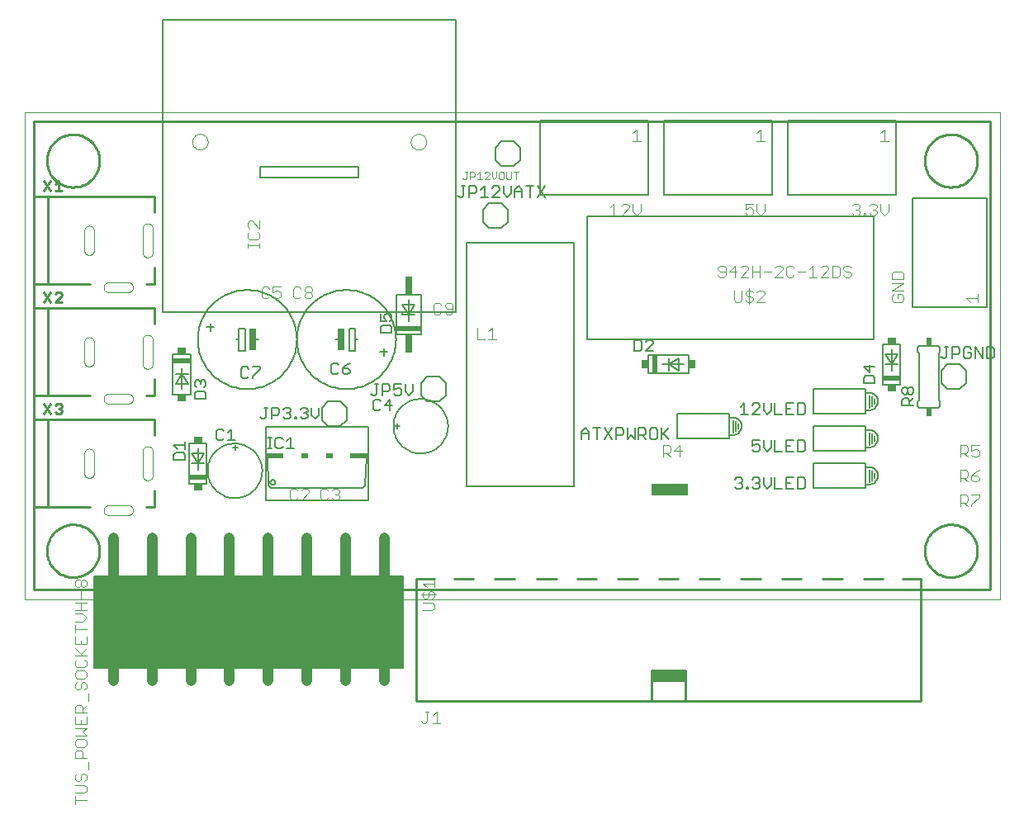
<source format=gto>
G75*
G70*
%OFA0B0*%
%FSLAX24Y24*%
%IPPOS*%
%LPD*%
%AMOC8*
5,1,8,0,0,1.08239X$1,22.5*
%
%ADD10C,0.0000*%
%ADD11C,0.0100*%
%ADD12R,0.1500X0.0500*%
%ADD13C,0.0060*%
%ADD14C,0.0050*%
%ADD15C,0.0040*%
%ADD16C,0.0449*%
%ADD17R,0.0736X0.0200*%
%ADD18R,0.0335X0.0250*%
%ADD19R,0.0200X0.0736*%
%ADD20R,0.0250X0.0335*%
%ADD21C,0.0030*%
%ADD22R,0.0240X0.0340*%
%ADD23R,0.0750X0.0200*%
%ADD24R,0.0300X0.0200*%
%ADD25C,0.0080*%
%ADD26R,0.0250X0.0900*%
%ADD27R,0.1000X0.0200*%
%ADD28R,0.0300X0.0750*%
D10*
X000576Y008842D02*
X000576Y028527D01*
X039946Y028527D01*
X039946Y008842D01*
X000576Y008842D01*
X003978Y012255D02*
X004765Y012255D01*
X004791Y012257D01*
X004816Y012262D01*
X004840Y012270D01*
X004863Y012281D01*
X004885Y012296D01*
X004904Y012313D01*
X004921Y012332D01*
X004936Y012353D01*
X004947Y012377D01*
X004955Y012401D01*
X004960Y012426D01*
X004962Y012452D01*
X004960Y012478D01*
X004955Y012503D01*
X004947Y012527D01*
X004936Y012550D01*
X004921Y012572D01*
X004904Y012591D01*
X004885Y012608D01*
X004864Y012623D01*
X004840Y012634D01*
X004816Y012642D01*
X004791Y012647D01*
X004765Y012649D01*
X003978Y012649D01*
X003952Y012647D01*
X003927Y012642D01*
X003903Y012634D01*
X003879Y012623D01*
X003858Y012608D01*
X003839Y012591D01*
X003822Y012572D01*
X003807Y012551D01*
X003796Y012527D01*
X003788Y012503D01*
X003783Y012478D01*
X003781Y012452D01*
X003783Y012426D01*
X003788Y012401D01*
X003796Y012377D01*
X003807Y012354D01*
X003822Y012332D01*
X003839Y012313D01*
X003858Y012296D01*
X003879Y012281D01*
X003903Y012270D01*
X003927Y012262D01*
X003952Y012257D01*
X003978Y012255D01*
X005356Y013850D02*
X005356Y014834D01*
X005553Y015031D02*
X005579Y015029D01*
X005604Y015024D01*
X005628Y015016D01*
X005652Y015005D01*
X005673Y014990D01*
X005692Y014973D01*
X005709Y014954D01*
X005724Y014932D01*
X005735Y014909D01*
X005743Y014885D01*
X005748Y014860D01*
X005750Y014834D01*
X005750Y013850D01*
X005748Y013824D01*
X005743Y013799D01*
X005735Y013775D01*
X005724Y013751D01*
X005709Y013730D01*
X005692Y013711D01*
X005673Y013694D01*
X005651Y013679D01*
X005628Y013668D01*
X005604Y013660D01*
X005579Y013655D01*
X005553Y013653D01*
X005527Y013655D01*
X005502Y013660D01*
X005478Y013668D01*
X005454Y013679D01*
X005433Y013694D01*
X005414Y013711D01*
X005397Y013730D01*
X005382Y013752D01*
X005371Y013775D01*
X005363Y013799D01*
X005358Y013824D01*
X005356Y013850D01*
X005356Y014834D02*
X005358Y014860D01*
X005363Y014885D01*
X005371Y014909D01*
X005382Y014933D01*
X005397Y014954D01*
X005414Y014973D01*
X005433Y014990D01*
X005454Y015005D01*
X005478Y015016D01*
X005502Y015024D01*
X005527Y015029D01*
X005553Y015031D01*
X004765Y016755D02*
X003978Y016755D01*
X003781Y016952D02*
X003783Y016978D01*
X003788Y017003D01*
X003796Y017027D01*
X003807Y017051D01*
X003822Y017072D01*
X003839Y017091D01*
X003858Y017108D01*
X003879Y017123D01*
X003903Y017134D01*
X003927Y017142D01*
X003952Y017147D01*
X003978Y017149D01*
X004765Y017149D01*
X004962Y016952D02*
X004960Y016926D01*
X004955Y016901D01*
X004947Y016877D01*
X004936Y016853D01*
X004921Y016832D01*
X004904Y016813D01*
X004885Y016796D01*
X004863Y016781D01*
X004840Y016770D01*
X004816Y016762D01*
X004791Y016757D01*
X004765Y016755D01*
X004962Y016952D02*
X004960Y016978D01*
X004955Y017003D01*
X004947Y017027D01*
X004936Y017050D01*
X004921Y017072D01*
X004904Y017091D01*
X004885Y017108D01*
X004864Y017123D01*
X004840Y017134D01*
X004816Y017142D01*
X004791Y017147D01*
X004765Y017149D01*
X003978Y016755D02*
X003952Y016757D01*
X003927Y016762D01*
X003903Y016770D01*
X003879Y016781D01*
X003858Y016796D01*
X003839Y016813D01*
X003822Y016832D01*
X003807Y016854D01*
X003796Y016877D01*
X003788Y016901D01*
X003783Y016926D01*
X003781Y016952D01*
X003387Y018448D02*
X003387Y019236D01*
X003388Y019236D02*
X003386Y019262D01*
X003381Y019287D01*
X003373Y019311D01*
X003362Y019334D01*
X003347Y019356D01*
X003330Y019375D01*
X003311Y019392D01*
X003290Y019407D01*
X003266Y019418D01*
X003242Y019426D01*
X003217Y019431D01*
X003191Y019433D01*
X003165Y019431D01*
X003140Y019426D01*
X003116Y019418D01*
X003092Y019407D01*
X003071Y019392D01*
X003052Y019375D01*
X003035Y019356D01*
X003020Y019335D01*
X003009Y019311D01*
X003001Y019287D01*
X002996Y019262D01*
X002994Y019236D01*
X002994Y018448D01*
X003191Y018251D02*
X003217Y018253D01*
X003242Y018258D01*
X003266Y018266D01*
X003289Y018277D01*
X003311Y018292D01*
X003330Y018309D01*
X003347Y018328D01*
X003362Y018349D01*
X003373Y018373D01*
X003381Y018397D01*
X003386Y018422D01*
X003388Y018448D01*
X003191Y018251D02*
X003165Y018253D01*
X003140Y018258D01*
X003116Y018266D01*
X003092Y018277D01*
X003071Y018292D01*
X003052Y018309D01*
X003035Y018328D01*
X003020Y018350D01*
X003009Y018373D01*
X003001Y018397D01*
X002996Y018422D01*
X002994Y018448D01*
X005356Y018350D02*
X005356Y019334D01*
X005553Y019531D02*
X005579Y019529D01*
X005604Y019524D01*
X005628Y019516D01*
X005652Y019505D01*
X005673Y019490D01*
X005692Y019473D01*
X005709Y019454D01*
X005724Y019432D01*
X005735Y019409D01*
X005743Y019385D01*
X005748Y019360D01*
X005750Y019334D01*
X005750Y018350D01*
X005748Y018324D01*
X005743Y018299D01*
X005735Y018275D01*
X005724Y018251D01*
X005709Y018230D01*
X005692Y018211D01*
X005673Y018194D01*
X005651Y018179D01*
X005628Y018168D01*
X005604Y018160D01*
X005579Y018155D01*
X005553Y018153D01*
X005527Y018155D01*
X005502Y018160D01*
X005478Y018168D01*
X005454Y018179D01*
X005433Y018194D01*
X005414Y018211D01*
X005397Y018230D01*
X005382Y018252D01*
X005371Y018275D01*
X005363Y018299D01*
X005358Y018324D01*
X005356Y018350D01*
X005356Y019334D02*
X005358Y019360D01*
X005363Y019385D01*
X005371Y019409D01*
X005382Y019433D01*
X005397Y019454D01*
X005414Y019473D01*
X005433Y019490D01*
X005454Y019505D01*
X005478Y019516D01*
X005502Y019524D01*
X005527Y019529D01*
X005553Y019531D01*
X004765Y021255D02*
X003978Y021255D01*
X003781Y021452D02*
X003783Y021478D01*
X003788Y021503D01*
X003796Y021527D01*
X003807Y021551D01*
X003822Y021572D01*
X003839Y021591D01*
X003858Y021608D01*
X003879Y021623D01*
X003903Y021634D01*
X003927Y021642D01*
X003952Y021647D01*
X003978Y021649D01*
X004765Y021649D01*
X004962Y021452D02*
X004960Y021426D01*
X004955Y021401D01*
X004947Y021377D01*
X004936Y021353D01*
X004921Y021332D01*
X004904Y021313D01*
X004885Y021296D01*
X004863Y021281D01*
X004840Y021270D01*
X004816Y021262D01*
X004791Y021257D01*
X004765Y021255D01*
X004962Y021452D02*
X004960Y021478D01*
X004955Y021503D01*
X004947Y021527D01*
X004936Y021550D01*
X004921Y021572D01*
X004904Y021591D01*
X004885Y021608D01*
X004864Y021623D01*
X004840Y021634D01*
X004816Y021642D01*
X004791Y021647D01*
X004765Y021649D01*
X003978Y021255D02*
X003952Y021257D01*
X003927Y021262D01*
X003903Y021270D01*
X003879Y021281D01*
X003858Y021296D01*
X003839Y021313D01*
X003822Y021332D01*
X003807Y021354D01*
X003796Y021377D01*
X003788Y021401D01*
X003783Y021426D01*
X003781Y021452D01*
X003387Y022948D02*
X003387Y023736D01*
X003388Y023736D02*
X003386Y023762D01*
X003381Y023787D01*
X003373Y023811D01*
X003362Y023834D01*
X003347Y023856D01*
X003330Y023875D01*
X003311Y023892D01*
X003290Y023907D01*
X003266Y023918D01*
X003242Y023926D01*
X003217Y023931D01*
X003191Y023933D01*
X003165Y023931D01*
X003140Y023926D01*
X003116Y023918D01*
X003092Y023907D01*
X003071Y023892D01*
X003052Y023875D01*
X003035Y023856D01*
X003020Y023835D01*
X003009Y023811D01*
X003001Y023787D01*
X002996Y023762D01*
X002994Y023736D01*
X002994Y022948D01*
X003191Y022751D02*
X003217Y022753D01*
X003242Y022758D01*
X003266Y022766D01*
X003289Y022777D01*
X003311Y022792D01*
X003330Y022809D01*
X003347Y022828D01*
X003362Y022849D01*
X003373Y022873D01*
X003381Y022897D01*
X003386Y022922D01*
X003388Y022948D01*
X003191Y022751D02*
X003165Y022753D01*
X003140Y022758D01*
X003116Y022766D01*
X003092Y022777D01*
X003071Y022792D01*
X003052Y022809D01*
X003035Y022828D01*
X003020Y022850D01*
X003009Y022873D01*
X003001Y022897D01*
X002996Y022922D01*
X002994Y022948D01*
X005356Y022850D02*
X005356Y023834D01*
X005553Y024031D02*
X005579Y024029D01*
X005604Y024024D01*
X005628Y024016D01*
X005652Y024005D01*
X005673Y023990D01*
X005692Y023973D01*
X005709Y023954D01*
X005724Y023932D01*
X005735Y023909D01*
X005743Y023885D01*
X005748Y023860D01*
X005750Y023834D01*
X005750Y022850D01*
X005748Y022824D01*
X005743Y022799D01*
X005735Y022775D01*
X005724Y022751D01*
X005709Y022730D01*
X005692Y022711D01*
X005673Y022694D01*
X005651Y022679D01*
X005628Y022668D01*
X005604Y022660D01*
X005579Y022655D01*
X005553Y022653D01*
X005527Y022655D01*
X005502Y022660D01*
X005478Y022668D01*
X005454Y022679D01*
X005433Y022694D01*
X005414Y022711D01*
X005397Y022730D01*
X005382Y022752D01*
X005371Y022775D01*
X005363Y022799D01*
X005358Y022824D01*
X005356Y022850D01*
X005356Y023834D02*
X005358Y023860D01*
X005363Y023885D01*
X005371Y023909D01*
X005382Y023933D01*
X005397Y023954D01*
X005414Y023973D01*
X005433Y023990D01*
X005454Y024005D01*
X005478Y024016D01*
X005502Y024024D01*
X005527Y024029D01*
X005553Y024031D01*
X007352Y027326D02*
X007354Y027361D01*
X007360Y027396D01*
X007370Y027430D01*
X007383Y027463D01*
X007400Y027494D01*
X007421Y027522D01*
X007444Y027549D01*
X007471Y027572D01*
X007499Y027593D01*
X007530Y027610D01*
X007563Y027623D01*
X007597Y027633D01*
X007632Y027639D01*
X007667Y027641D01*
X007702Y027639D01*
X007737Y027633D01*
X007771Y027623D01*
X007804Y027610D01*
X007835Y027593D01*
X007863Y027572D01*
X007890Y027549D01*
X007913Y027522D01*
X007934Y027494D01*
X007951Y027463D01*
X007964Y027430D01*
X007974Y027396D01*
X007980Y027361D01*
X007982Y027326D01*
X007980Y027291D01*
X007974Y027256D01*
X007964Y027222D01*
X007951Y027189D01*
X007934Y027158D01*
X007913Y027130D01*
X007890Y027103D01*
X007863Y027080D01*
X007835Y027059D01*
X007804Y027042D01*
X007771Y027029D01*
X007737Y027019D01*
X007702Y027013D01*
X007667Y027011D01*
X007632Y027013D01*
X007597Y027019D01*
X007563Y027029D01*
X007530Y027042D01*
X007499Y027059D01*
X007471Y027080D01*
X007444Y027103D01*
X007421Y027130D01*
X007400Y027158D01*
X007383Y027189D01*
X007370Y027222D01*
X007360Y027256D01*
X007354Y027291D01*
X007352Y027326D01*
X016171Y027326D02*
X016173Y027361D01*
X016179Y027396D01*
X016189Y027430D01*
X016202Y027463D01*
X016219Y027494D01*
X016240Y027522D01*
X016263Y027549D01*
X016290Y027572D01*
X016318Y027593D01*
X016349Y027610D01*
X016382Y027623D01*
X016416Y027633D01*
X016451Y027639D01*
X016486Y027641D01*
X016521Y027639D01*
X016556Y027633D01*
X016590Y027623D01*
X016623Y027610D01*
X016654Y027593D01*
X016682Y027572D01*
X016709Y027549D01*
X016732Y027522D01*
X016753Y027494D01*
X016770Y027463D01*
X016783Y027430D01*
X016793Y027396D01*
X016799Y027361D01*
X016801Y027326D01*
X016799Y027291D01*
X016793Y027256D01*
X016783Y027222D01*
X016770Y027189D01*
X016753Y027158D01*
X016732Y027130D01*
X016709Y027103D01*
X016682Y027080D01*
X016654Y027059D01*
X016623Y027042D01*
X016590Y027029D01*
X016556Y027019D01*
X016521Y027013D01*
X016486Y027011D01*
X016451Y027013D01*
X016416Y027019D01*
X016382Y027029D01*
X016349Y027042D01*
X016318Y027059D01*
X016290Y027080D01*
X016263Y027103D01*
X016240Y027130D01*
X016219Y027158D01*
X016202Y027189D01*
X016189Y027222D01*
X016179Y027256D01*
X016173Y027291D01*
X016171Y027326D01*
X003387Y014736D02*
X003387Y013948D01*
X003388Y013948D02*
X003386Y013922D01*
X003381Y013897D01*
X003373Y013873D01*
X003362Y013849D01*
X003347Y013828D01*
X003330Y013809D01*
X003311Y013792D01*
X003289Y013777D01*
X003266Y013766D01*
X003242Y013758D01*
X003217Y013753D01*
X003191Y013751D01*
X003165Y013753D01*
X003140Y013758D01*
X003116Y013766D01*
X003092Y013777D01*
X003071Y013792D01*
X003052Y013809D01*
X003035Y013828D01*
X003020Y013850D01*
X003009Y013873D01*
X003001Y013897D01*
X002996Y013922D01*
X002994Y013948D01*
X002994Y014736D01*
X003191Y014933D02*
X003217Y014931D01*
X003242Y014926D01*
X003266Y014918D01*
X003290Y014907D01*
X003311Y014892D01*
X003330Y014875D01*
X003347Y014856D01*
X003362Y014834D01*
X003373Y014811D01*
X003381Y014787D01*
X003386Y014762D01*
X003388Y014736D01*
X003191Y014933D02*
X003165Y014931D01*
X003140Y014926D01*
X003116Y014918D01*
X003092Y014907D01*
X003071Y014892D01*
X003052Y014875D01*
X003035Y014856D01*
X003020Y014835D01*
X003009Y014811D01*
X003001Y014787D01*
X002996Y014762D01*
X002994Y014736D01*
D11*
X001557Y016114D02*
X000966Y016114D01*
X001370Y016360D02*
X001637Y016761D01*
X001831Y016694D02*
X001898Y016761D01*
X002031Y016761D01*
X002098Y016694D01*
X002098Y016627D01*
X002031Y016561D01*
X002098Y016494D01*
X002098Y016427D01*
X002031Y016360D01*
X001898Y016360D01*
X001831Y016427D01*
X001964Y016561D02*
X002031Y016561D01*
X001637Y016360D02*
X001370Y016761D01*
X001498Y017070D02*
X000966Y017070D01*
X001517Y017070D02*
X001517Y020614D01*
X001557Y020614D01*
X000966Y020614D01*
X001370Y020860D02*
X001637Y021261D01*
X001831Y021194D02*
X001898Y021261D01*
X002031Y021261D01*
X002098Y021194D01*
X002098Y021127D01*
X001831Y020860D01*
X002098Y020860D01*
X001637Y020860D02*
X001370Y021261D01*
X001498Y021570D02*
X000966Y021570D01*
X001517Y021570D02*
X001517Y025114D01*
X001557Y025114D01*
X000966Y025114D01*
X001370Y025360D02*
X001637Y025761D01*
X001831Y025627D02*
X001964Y025761D01*
X001964Y025360D01*
X001831Y025360D02*
X002098Y025360D01*
X001637Y025360D02*
X001370Y025761D01*
X001557Y025114D02*
X005809Y025114D01*
X005809Y024484D01*
X005809Y022240D02*
X005809Y021570D01*
X005494Y021570D01*
X005809Y020614D02*
X001557Y020614D01*
X001517Y021570D02*
X003230Y021570D01*
X005809Y020614D02*
X005809Y019984D01*
X005809Y017740D02*
X005809Y017070D01*
X005494Y017070D01*
X005809Y016114D02*
X001557Y016114D01*
X001517Y016114D01*
X001517Y012570D01*
X003230Y012570D01*
X001498Y012570D02*
X000966Y012570D01*
X001482Y010810D02*
X001484Y010875D01*
X001490Y010939D01*
X001500Y011003D01*
X001513Y011067D01*
X001531Y011129D01*
X001552Y011190D01*
X001577Y011250D01*
X001606Y011308D01*
X001638Y011365D01*
X001674Y011419D01*
X001712Y011471D01*
X001754Y011520D01*
X001799Y011567D01*
X001847Y011611D01*
X001897Y011653D01*
X001949Y011690D01*
X002004Y011725D01*
X002061Y011756D01*
X002120Y011784D01*
X002180Y011808D01*
X002241Y011829D01*
X002304Y011845D01*
X002368Y011858D01*
X002432Y011867D01*
X002496Y011872D01*
X002561Y011873D01*
X002626Y011870D01*
X002690Y011863D01*
X002754Y011852D01*
X002818Y011837D01*
X002880Y011819D01*
X002941Y011797D01*
X003000Y011771D01*
X003058Y011741D01*
X003113Y011708D01*
X003167Y011672D01*
X003219Y011632D01*
X003267Y011590D01*
X003314Y011544D01*
X003357Y011496D01*
X003397Y011445D01*
X003434Y011392D01*
X003468Y011337D01*
X003499Y011280D01*
X003526Y011221D01*
X003549Y011160D01*
X003568Y011098D01*
X003584Y011035D01*
X003596Y010971D01*
X003604Y010907D01*
X003608Y010842D01*
X003608Y010778D01*
X003604Y010713D01*
X003596Y010649D01*
X003584Y010585D01*
X003568Y010522D01*
X003549Y010460D01*
X003526Y010399D01*
X003499Y010340D01*
X003468Y010283D01*
X003434Y010228D01*
X003397Y010175D01*
X003357Y010124D01*
X003314Y010076D01*
X003267Y010030D01*
X003219Y009988D01*
X003167Y009948D01*
X003113Y009912D01*
X003058Y009879D01*
X003000Y009849D01*
X002941Y009823D01*
X002880Y009801D01*
X002818Y009783D01*
X002754Y009768D01*
X002690Y009757D01*
X002626Y009750D01*
X002561Y009747D01*
X002496Y009748D01*
X002432Y009753D01*
X002368Y009762D01*
X002304Y009775D01*
X002241Y009791D01*
X002180Y009812D01*
X002120Y009836D01*
X002061Y009864D01*
X002004Y009895D01*
X001949Y009930D01*
X001897Y009967D01*
X001847Y010009D01*
X001799Y010053D01*
X001754Y010100D01*
X001712Y010149D01*
X001674Y010201D01*
X001638Y010255D01*
X001606Y010312D01*
X001577Y010370D01*
X001552Y010430D01*
X001531Y010491D01*
X001513Y010553D01*
X001500Y010617D01*
X001490Y010681D01*
X001484Y010745D01*
X001482Y010810D01*
X000970Y009236D02*
X039553Y009236D01*
X039553Y028133D01*
X000970Y028133D01*
X000970Y009236D01*
X005494Y012570D02*
X005809Y012570D01*
X005809Y013240D01*
X005809Y015484D02*
X005809Y016114D01*
X003230Y017070D02*
X001517Y017070D01*
X001482Y026559D02*
X001484Y026624D01*
X001490Y026688D01*
X001500Y026752D01*
X001513Y026816D01*
X001531Y026878D01*
X001552Y026939D01*
X001577Y026999D01*
X001606Y027057D01*
X001638Y027114D01*
X001674Y027168D01*
X001712Y027220D01*
X001754Y027269D01*
X001799Y027316D01*
X001847Y027360D01*
X001897Y027402D01*
X001949Y027439D01*
X002004Y027474D01*
X002061Y027505D01*
X002120Y027533D01*
X002180Y027557D01*
X002241Y027578D01*
X002304Y027594D01*
X002368Y027607D01*
X002432Y027616D01*
X002496Y027621D01*
X002561Y027622D01*
X002626Y027619D01*
X002690Y027612D01*
X002754Y027601D01*
X002818Y027586D01*
X002880Y027568D01*
X002941Y027546D01*
X003000Y027520D01*
X003058Y027490D01*
X003113Y027457D01*
X003167Y027421D01*
X003219Y027381D01*
X003267Y027339D01*
X003314Y027293D01*
X003357Y027245D01*
X003397Y027194D01*
X003434Y027141D01*
X003468Y027086D01*
X003499Y027029D01*
X003526Y026970D01*
X003549Y026909D01*
X003568Y026847D01*
X003584Y026784D01*
X003596Y026720D01*
X003604Y026656D01*
X003608Y026591D01*
X003608Y026527D01*
X003604Y026462D01*
X003596Y026398D01*
X003584Y026334D01*
X003568Y026271D01*
X003549Y026209D01*
X003526Y026148D01*
X003499Y026089D01*
X003468Y026032D01*
X003434Y025977D01*
X003397Y025924D01*
X003357Y025873D01*
X003314Y025825D01*
X003267Y025779D01*
X003219Y025737D01*
X003167Y025697D01*
X003113Y025661D01*
X003058Y025628D01*
X003000Y025598D01*
X002941Y025572D01*
X002880Y025550D01*
X002818Y025532D01*
X002754Y025517D01*
X002690Y025506D01*
X002626Y025499D01*
X002561Y025496D01*
X002496Y025497D01*
X002432Y025502D01*
X002368Y025511D01*
X002304Y025524D01*
X002241Y025540D01*
X002180Y025561D01*
X002120Y025585D01*
X002061Y025613D01*
X002004Y025644D01*
X001949Y025679D01*
X001897Y025716D01*
X001847Y025758D01*
X001799Y025802D01*
X001754Y025849D01*
X001712Y025898D01*
X001674Y025950D01*
X001638Y026004D01*
X001606Y026061D01*
X001577Y026119D01*
X001552Y026179D01*
X001531Y026240D01*
X001513Y026302D01*
X001500Y026366D01*
X001490Y026430D01*
X001484Y026494D01*
X001482Y026559D01*
X016380Y009681D02*
X017128Y009681D01*
X016380Y009681D02*
X016380Y004744D01*
X036773Y004744D01*
X036773Y009681D01*
X036025Y009681D01*
X035238Y009681D02*
X034450Y009681D01*
X033584Y009681D02*
X032797Y009681D01*
X031931Y009681D02*
X031143Y009681D01*
X030277Y009681D02*
X029490Y009681D01*
X028624Y009681D02*
X027836Y009681D01*
X026970Y009681D02*
X026183Y009681D01*
X025317Y009681D02*
X024529Y009681D01*
X023663Y009681D02*
X022876Y009681D01*
X022049Y009681D02*
X021261Y009681D01*
X020356Y009681D02*
X019569Y009681D01*
X018702Y009681D02*
X017915Y009681D01*
X025907Y005980D02*
X025907Y004799D01*
X025907Y005586D02*
X025907Y005980D01*
X027246Y005980D01*
X027246Y005586D01*
X025907Y005586D01*
X025907Y005591D02*
X027246Y005591D01*
X027246Y005690D02*
X025907Y005690D01*
X025907Y005788D02*
X027246Y005788D01*
X027246Y005887D02*
X025907Y005887D01*
X025907Y005980D02*
X027246Y005980D01*
X027246Y004799D01*
X036915Y010810D02*
X036917Y010875D01*
X036923Y010939D01*
X036933Y011003D01*
X036946Y011067D01*
X036964Y011129D01*
X036985Y011190D01*
X037010Y011250D01*
X037039Y011308D01*
X037071Y011365D01*
X037107Y011419D01*
X037145Y011471D01*
X037187Y011520D01*
X037232Y011567D01*
X037280Y011611D01*
X037330Y011653D01*
X037382Y011690D01*
X037437Y011725D01*
X037494Y011756D01*
X037553Y011784D01*
X037613Y011808D01*
X037674Y011829D01*
X037737Y011845D01*
X037801Y011858D01*
X037865Y011867D01*
X037929Y011872D01*
X037994Y011873D01*
X038059Y011870D01*
X038123Y011863D01*
X038187Y011852D01*
X038251Y011837D01*
X038313Y011819D01*
X038374Y011797D01*
X038433Y011771D01*
X038491Y011741D01*
X038546Y011708D01*
X038600Y011672D01*
X038652Y011632D01*
X038700Y011590D01*
X038747Y011544D01*
X038790Y011496D01*
X038830Y011445D01*
X038867Y011392D01*
X038901Y011337D01*
X038932Y011280D01*
X038959Y011221D01*
X038982Y011160D01*
X039001Y011098D01*
X039017Y011035D01*
X039029Y010971D01*
X039037Y010907D01*
X039041Y010842D01*
X039041Y010778D01*
X039037Y010713D01*
X039029Y010649D01*
X039017Y010585D01*
X039001Y010522D01*
X038982Y010460D01*
X038959Y010399D01*
X038932Y010340D01*
X038901Y010283D01*
X038867Y010228D01*
X038830Y010175D01*
X038790Y010124D01*
X038747Y010076D01*
X038700Y010030D01*
X038652Y009988D01*
X038600Y009948D01*
X038546Y009912D01*
X038491Y009879D01*
X038433Y009849D01*
X038374Y009823D01*
X038313Y009801D01*
X038251Y009783D01*
X038187Y009768D01*
X038123Y009757D01*
X038059Y009750D01*
X037994Y009747D01*
X037929Y009748D01*
X037865Y009753D01*
X037801Y009762D01*
X037737Y009775D01*
X037674Y009791D01*
X037613Y009812D01*
X037553Y009836D01*
X037494Y009864D01*
X037437Y009895D01*
X037382Y009930D01*
X037330Y009967D01*
X037280Y010009D01*
X037232Y010053D01*
X037187Y010100D01*
X037145Y010149D01*
X037107Y010201D01*
X037071Y010255D01*
X037039Y010312D01*
X037010Y010370D01*
X036985Y010430D01*
X036964Y010491D01*
X036946Y010553D01*
X036933Y010617D01*
X036923Y010681D01*
X036917Y010745D01*
X036915Y010810D01*
X036915Y026559D02*
X036917Y026624D01*
X036923Y026688D01*
X036933Y026752D01*
X036946Y026816D01*
X036964Y026878D01*
X036985Y026939D01*
X037010Y026999D01*
X037039Y027057D01*
X037071Y027114D01*
X037107Y027168D01*
X037145Y027220D01*
X037187Y027269D01*
X037232Y027316D01*
X037280Y027360D01*
X037330Y027402D01*
X037382Y027439D01*
X037437Y027474D01*
X037494Y027505D01*
X037553Y027533D01*
X037613Y027557D01*
X037674Y027578D01*
X037737Y027594D01*
X037801Y027607D01*
X037865Y027616D01*
X037929Y027621D01*
X037994Y027622D01*
X038059Y027619D01*
X038123Y027612D01*
X038187Y027601D01*
X038251Y027586D01*
X038313Y027568D01*
X038374Y027546D01*
X038433Y027520D01*
X038491Y027490D01*
X038546Y027457D01*
X038600Y027421D01*
X038652Y027381D01*
X038700Y027339D01*
X038747Y027293D01*
X038790Y027245D01*
X038830Y027194D01*
X038867Y027141D01*
X038901Y027086D01*
X038932Y027029D01*
X038959Y026970D01*
X038982Y026909D01*
X039001Y026847D01*
X039017Y026784D01*
X039029Y026720D01*
X039037Y026656D01*
X039041Y026591D01*
X039041Y026527D01*
X039037Y026462D01*
X039029Y026398D01*
X039017Y026334D01*
X039001Y026271D01*
X038982Y026209D01*
X038959Y026148D01*
X038932Y026089D01*
X038901Y026032D01*
X038867Y025977D01*
X038830Y025924D01*
X038790Y025873D01*
X038747Y025825D01*
X038700Y025779D01*
X038652Y025737D01*
X038600Y025697D01*
X038546Y025661D01*
X038491Y025628D01*
X038433Y025598D01*
X038374Y025572D01*
X038313Y025550D01*
X038251Y025532D01*
X038187Y025517D01*
X038123Y025506D01*
X038059Y025499D01*
X037994Y025496D01*
X037929Y025497D01*
X037865Y025502D01*
X037801Y025511D01*
X037737Y025524D01*
X037674Y025540D01*
X037613Y025561D01*
X037553Y025585D01*
X037494Y025613D01*
X037437Y025644D01*
X037382Y025679D01*
X037330Y025716D01*
X037280Y025758D01*
X037232Y025802D01*
X037187Y025849D01*
X037145Y025898D01*
X037107Y025950D01*
X037071Y026004D01*
X037039Y026061D01*
X037010Y026119D01*
X036985Y026179D01*
X036964Y026240D01*
X036946Y026302D01*
X036933Y026366D01*
X036923Y026430D01*
X036917Y026494D01*
X036915Y026559D01*
D12*
X026626Y013292D03*
D13*
X026926Y015342D02*
X029026Y015342D01*
X029026Y015492D01*
X029026Y016192D01*
X029176Y016192D01*
X029176Y016092D02*
X029176Y015592D01*
X029176Y015492D02*
X029026Y015492D01*
X029276Y015642D02*
X029276Y016042D01*
X029376Y015942D02*
X029376Y015742D01*
X029176Y015492D02*
X029213Y015494D01*
X029249Y015500D01*
X029284Y015509D01*
X029318Y015522D01*
X029351Y015539D01*
X029382Y015559D01*
X029410Y015582D01*
X029436Y015608D01*
X029459Y015636D01*
X029479Y015667D01*
X029496Y015700D01*
X029509Y015734D01*
X029518Y015769D01*
X029524Y015805D01*
X029526Y015842D01*
X029524Y015879D01*
X029518Y015915D01*
X029509Y015950D01*
X029496Y015984D01*
X029479Y016017D01*
X029459Y016048D01*
X029436Y016076D01*
X029410Y016102D01*
X029382Y016125D01*
X029351Y016145D01*
X029318Y016162D01*
X029284Y016175D01*
X029249Y016184D01*
X029213Y016190D01*
X029176Y016192D01*
X029026Y016192D02*
X029026Y016342D01*
X026926Y016342D01*
X026926Y015342D01*
X027396Y017980D02*
X025757Y017980D01*
X025757Y018704D01*
X027396Y018704D01*
X027396Y017980D01*
X027176Y018342D02*
X026576Y018342D01*
X026576Y018092D01*
X026576Y018342D02*
X026326Y018342D01*
X026576Y018342D02*
X026576Y018592D01*
X026576Y018342D02*
X026976Y018592D01*
X026976Y018092D01*
X026576Y018342D01*
X032426Y017342D02*
X032426Y016342D01*
X034526Y016342D01*
X034526Y016492D01*
X034526Y017192D01*
X034676Y017192D01*
X034676Y017092D02*
X034676Y016592D01*
X034676Y016492D02*
X034526Y016492D01*
X034776Y016642D02*
X034776Y017042D01*
X034876Y016942D02*
X034876Y016742D01*
X034676Y016492D02*
X034713Y016494D01*
X034749Y016500D01*
X034784Y016509D01*
X034818Y016522D01*
X034851Y016539D01*
X034882Y016559D01*
X034910Y016582D01*
X034936Y016608D01*
X034959Y016636D01*
X034979Y016667D01*
X034996Y016700D01*
X035009Y016734D01*
X035018Y016769D01*
X035024Y016805D01*
X035026Y016842D01*
X035024Y016879D01*
X035018Y016915D01*
X035009Y016950D01*
X034996Y016984D01*
X034979Y017017D01*
X034959Y017048D01*
X034936Y017076D01*
X034910Y017102D01*
X034882Y017125D01*
X034851Y017145D01*
X034818Y017162D01*
X034784Y017175D01*
X034749Y017184D01*
X034713Y017190D01*
X034676Y017192D01*
X034526Y017192D02*
X034526Y017342D01*
X032426Y017342D01*
X032426Y015842D02*
X032426Y014842D01*
X034526Y014842D01*
X034526Y014992D01*
X034526Y015692D01*
X034676Y015692D01*
X034676Y015592D02*
X034676Y015092D01*
X034676Y014992D02*
X034526Y014992D01*
X034776Y015142D02*
X034776Y015542D01*
X034876Y015442D02*
X034876Y015242D01*
X034676Y014992D02*
X034713Y014994D01*
X034749Y015000D01*
X034784Y015009D01*
X034818Y015022D01*
X034851Y015039D01*
X034882Y015059D01*
X034910Y015082D01*
X034936Y015108D01*
X034959Y015136D01*
X034979Y015167D01*
X034996Y015200D01*
X035009Y015234D01*
X035018Y015269D01*
X035024Y015305D01*
X035026Y015342D01*
X035024Y015379D01*
X035018Y015415D01*
X035009Y015450D01*
X034996Y015484D01*
X034979Y015517D01*
X034959Y015548D01*
X034936Y015576D01*
X034910Y015602D01*
X034882Y015625D01*
X034851Y015645D01*
X034818Y015662D01*
X034784Y015675D01*
X034749Y015684D01*
X034713Y015690D01*
X034676Y015692D01*
X034526Y015692D02*
X034526Y015842D01*
X032426Y015842D01*
X032426Y014342D02*
X032426Y013342D01*
X034526Y013342D01*
X034526Y013492D01*
X034526Y014192D01*
X034676Y014192D01*
X034676Y014092D02*
X034676Y013592D01*
X034676Y013492D02*
X034526Y013492D01*
X034776Y013642D02*
X034776Y014042D01*
X034876Y013942D02*
X034876Y013742D01*
X034676Y013492D02*
X034713Y013494D01*
X034749Y013500D01*
X034784Y013509D01*
X034818Y013522D01*
X034851Y013539D01*
X034882Y013559D01*
X034910Y013582D01*
X034936Y013608D01*
X034959Y013636D01*
X034979Y013667D01*
X034996Y013700D01*
X035009Y013734D01*
X035018Y013769D01*
X035024Y013805D01*
X035026Y013842D01*
X035024Y013879D01*
X035018Y013915D01*
X035009Y013950D01*
X034996Y013984D01*
X034979Y014017D01*
X034959Y014048D01*
X034936Y014076D01*
X034910Y014102D01*
X034882Y014125D01*
X034851Y014145D01*
X034818Y014162D01*
X034784Y014175D01*
X034749Y014184D01*
X034713Y014190D01*
X034676Y014192D01*
X034526Y014192D02*
X034526Y014342D01*
X032426Y014342D01*
X035214Y017522D02*
X035939Y017522D01*
X035939Y019162D01*
X035214Y019162D01*
X035214Y017522D01*
X035576Y018092D02*
X035576Y018342D01*
X035826Y018342D01*
X035576Y018342D02*
X035826Y018742D01*
X035326Y018742D01*
X035576Y018342D01*
X035326Y018342D01*
X035576Y018342D02*
X035576Y018942D01*
X036626Y018992D02*
X036626Y018842D01*
X036676Y018792D01*
X036676Y016892D01*
X036626Y016842D01*
X036626Y016692D01*
X036628Y016675D01*
X036632Y016658D01*
X036639Y016642D01*
X036649Y016628D01*
X036662Y016615D01*
X036676Y016605D01*
X036692Y016598D01*
X036709Y016594D01*
X036726Y016592D01*
X037426Y016592D01*
X037443Y016594D01*
X037460Y016598D01*
X037476Y016605D01*
X037490Y016615D01*
X037503Y016628D01*
X037513Y016642D01*
X037520Y016658D01*
X037524Y016675D01*
X037526Y016692D01*
X037526Y016842D01*
X037476Y016892D01*
X037476Y018792D01*
X037526Y018842D01*
X037526Y018992D01*
X037524Y019009D01*
X037520Y019026D01*
X037513Y019042D01*
X037503Y019056D01*
X037490Y019069D01*
X037476Y019079D01*
X037460Y019086D01*
X037443Y019090D01*
X037426Y019092D01*
X036726Y019092D01*
X036709Y019090D01*
X036692Y019086D01*
X036676Y019079D01*
X036662Y019069D01*
X036649Y019056D01*
X036639Y019042D01*
X036632Y019026D01*
X036628Y019009D01*
X036626Y018992D01*
X037576Y018092D02*
X037826Y018342D01*
X038326Y018342D01*
X038576Y018092D01*
X038576Y017592D01*
X038326Y017342D01*
X037826Y017342D01*
X037576Y017592D01*
X037576Y018092D01*
X020576Y026592D02*
X020326Y026342D01*
X019826Y026342D01*
X019576Y026592D01*
X019576Y027092D01*
X019826Y027342D01*
X020326Y027342D01*
X020576Y027092D01*
X020576Y026592D01*
X019826Y024842D02*
X019326Y024842D01*
X019076Y024592D01*
X019076Y024092D01*
X019326Y023842D01*
X019826Y023842D01*
X020076Y024092D01*
X020076Y024592D01*
X019826Y024842D01*
X016576Y021142D02*
X015576Y021142D01*
X015576Y019542D01*
X016576Y019542D01*
X016576Y021142D01*
X016326Y020742D02*
X016076Y020342D01*
X015826Y020342D01*
X015826Y020442D01*
X016076Y020342D02*
X016326Y020342D01*
X016076Y020342D02*
X015826Y020742D01*
X016326Y020742D01*
X016076Y020942D02*
X016076Y020342D01*
X016076Y020092D01*
X015076Y018992D02*
X015076Y018692D01*
X014926Y018842D02*
X015226Y018842D01*
X014026Y019342D02*
X013926Y019342D01*
X013926Y018892D01*
X013676Y018892D01*
X013676Y019792D01*
X013926Y019792D01*
X013926Y019342D01*
X011576Y019342D02*
X011578Y019440D01*
X011586Y019538D01*
X011598Y019635D01*
X011614Y019732D01*
X011636Y019828D01*
X011662Y019923D01*
X011693Y020016D01*
X011728Y020107D01*
X011768Y020197D01*
X011812Y020285D01*
X011861Y020370D01*
X011913Y020453D01*
X011970Y020533D01*
X012030Y020611D01*
X012094Y020685D01*
X012162Y020756D01*
X012233Y020824D01*
X012307Y020888D01*
X012385Y020948D01*
X012465Y021005D01*
X012548Y021057D01*
X012633Y021106D01*
X012721Y021150D01*
X012811Y021190D01*
X012902Y021225D01*
X012995Y021256D01*
X013090Y021282D01*
X013186Y021304D01*
X013283Y021320D01*
X013380Y021332D01*
X013478Y021340D01*
X013576Y021342D01*
X013674Y021340D01*
X013772Y021332D01*
X013869Y021320D01*
X013966Y021304D01*
X014062Y021282D01*
X014157Y021256D01*
X014250Y021225D01*
X014341Y021190D01*
X014431Y021150D01*
X014519Y021106D01*
X014604Y021057D01*
X014687Y021005D01*
X014767Y020948D01*
X014845Y020888D01*
X014919Y020824D01*
X014990Y020756D01*
X015058Y020685D01*
X015122Y020611D01*
X015182Y020533D01*
X015239Y020453D01*
X015291Y020370D01*
X015340Y020285D01*
X015384Y020197D01*
X015424Y020107D01*
X015459Y020016D01*
X015490Y019923D01*
X015516Y019828D01*
X015538Y019732D01*
X015554Y019635D01*
X015566Y019538D01*
X015574Y019440D01*
X015576Y019342D01*
X015574Y019244D01*
X015566Y019146D01*
X015554Y019049D01*
X015538Y018952D01*
X015516Y018856D01*
X015490Y018761D01*
X015459Y018668D01*
X015424Y018577D01*
X015384Y018487D01*
X015340Y018399D01*
X015291Y018314D01*
X015239Y018231D01*
X015182Y018151D01*
X015122Y018073D01*
X015058Y017999D01*
X014990Y017928D01*
X014919Y017860D01*
X014845Y017796D01*
X014767Y017736D01*
X014687Y017679D01*
X014604Y017627D01*
X014519Y017578D01*
X014431Y017534D01*
X014341Y017494D01*
X014250Y017459D01*
X014157Y017428D01*
X014062Y017402D01*
X013966Y017380D01*
X013869Y017364D01*
X013772Y017352D01*
X013674Y017344D01*
X013576Y017342D01*
X013478Y017344D01*
X013380Y017352D01*
X013283Y017364D01*
X013186Y017380D01*
X013090Y017402D01*
X012995Y017428D01*
X012902Y017459D01*
X012811Y017494D01*
X012721Y017534D01*
X012633Y017578D01*
X012548Y017627D01*
X012465Y017679D01*
X012385Y017736D01*
X012307Y017796D01*
X012233Y017860D01*
X012162Y017928D01*
X012094Y017999D01*
X012030Y018073D01*
X011970Y018151D01*
X011913Y018231D01*
X011861Y018314D01*
X011812Y018399D01*
X011768Y018487D01*
X011728Y018577D01*
X011693Y018668D01*
X011662Y018761D01*
X011636Y018856D01*
X011614Y018952D01*
X011598Y019049D01*
X011586Y019146D01*
X011578Y019244D01*
X011576Y019342D01*
X010026Y019342D02*
X009826Y019342D01*
X007576Y019342D02*
X007578Y019440D01*
X007586Y019538D01*
X007598Y019635D01*
X007614Y019732D01*
X007636Y019828D01*
X007662Y019923D01*
X007693Y020016D01*
X007728Y020107D01*
X007768Y020197D01*
X007812Y020285D01*
X007861Y020370D01*
X007913Y020453D01*
X007970Y020533D01*
X008030Y020611D01*
X008094Y020685D01*
X008162Y020756D01*
X008233Y020824D01*
X008307Y020888D01*
X008385Y020948D01*
X008465Y021005D01*
X008548Y021057D01*
X008633Y021106D01*
X008721Y021150D01*
X008811Y021190D01*
X008902Y021225D01*
X008995Y021256D01*
X009090Y021282D01*
X009186Y021304D01*
X009283Y021320D01*
X009380Y021332D01*
X009478Y021340D01*
X009576Y021342D01*
X009674Y021340D01*
X009772Y021332D01*
X009869Y021320D01*
X009966Y021304D01*
X010062Y021282D01*
X010157Y021256D01*
X010250Y021225D01*
X010341Y021190D01*
X010431Y021150D01*
X010519Y021106D01*
X010604Y021057D01*
X010687Y021005D01*
X010767Y020948D01*
X010845Y020888D01*
X010919Y020824D01*
X010990Y020756D01*
X011058Y020685D01*
X011122Y020611D01*
X011182Y020533D01*
X011239Y020453D01*
X011291Y020370D01*
X011340Y020285D01*
X011384Y020197D01*
X011424Y020107D01*
X011459Y020016D01*
X011490Y019923D01*
X011516Y019828D01*
X011538Y019732D01*
X011554Y019635D01*
X011566Y019538D01*
X011574Y019440D01*
X011576Y019342D01*
X011574Y019244D01*
X011566Y019146D01*
X011554Y019049D01*
X011538Y018952D01*
X011516Y018856D01*
X011490Y018761D01*
X011459Y018668D01*
X011424Y018577D01*
X011384Y018487D01*
X011340Y018399D01*
X011291Y018314D01*
X011239Y018231D01*
X011182Y018151D01*
X011122Y018073D01*
X011058Y017999D01*
X010990Y017928D01*
X010919Y017860D01*
X010845Y017796D01*
X010767Y017736D01*
X010687Y017679D01*
X010604Y017627D01*
X010519Y017578D01*
X010431Y017534D01*
X010341Y017494D01*
X010250Y017459D01*
X010157Y017428D01*
X010062Y017402D01*
X009966Y017380D01*
X009869Y017364D01*
X009772Y017352D01*
X009674Y017344D01*
X009576Y017342D01*
X009478Y017344D01*
X009380Y017352D01*
X009283Y017364D01*
X009186Y017380D01*
X009090Y017402D01*
X008995Y017428D01*
X008902Y017459D01*
X008811Y017494D01*
X008721Y017534D01*
X008633Y017578D01*
X008548Y017627D01*
X008465Y017679D01*
X008385Y017736D01*
X008307Y017796D01*
X008233Y017860D01*
X008162Y017928D01*
X008094Y017999D01*
X008030Y018073D01*
X007970Y018151D01*
X007913Y018231D01*
X007861Y018314D01*
X007812Y018399D01*
X007768Y018487D01*
X007728Y018577D01*
X007693Y018668D01*
X007662Y018761D01*
X007636Y018856D01*
X007614Y018952D01*
X007598Y019049D01*
X007586Y019146D01*
X007578Y019244D01*
X007576Y019342D01*
X007926Y019842D02*
X008226Y019842D01*
X008076Y019992D02*
X008076Y019692D01*
X009126Y019342D02*
X009226Y019342D01*
X009226Y019792D01*
X009476Y019792D01*
X009476Y018892D01*
X009226Y018892D01*
X009226Y019342D01*
X007289Y018762D02*
X006564Y018762D01*
X006564Y017122D01*
X007289Y017122D01*
X007289Y018762D01*
X006926Y018192D02*
X006926Y017942D01*
X006676Y017942D01*
X006926Y017942D02*
X006676Y017542D01*
X007176Y017542D01*
X006926Y017942D01*
X007176Y017942D01*
X006926Y017942D02*
X006926Y017342D01*
X007214Y015162D02*
X007214Y013522D01*
X007939Y013522D01*
X007939Y015162D01*
X007214Y015162D01*
X007576Y014942D02*
X007576Y014342D01*
X007826Y014342D01*
X007576Y014342D02*
X007576Y014092D01*
X007576Y014342D02*
X007326Y014342D01*
X007576Y014342D02*
X007326Y014742D01*
X007826Y014742D01*
X007576Y014342D01*
X007976Y014042D02*
X007978Y014108D01*
X007984Y014173D01*
X007994Y014238D01*
X008007Y014303D01*
X008025Y014366D01*
X008046Y014429D01*
X008071Y014489D01*
X008100Y014549D01*
X008132Y014606D01*
X008167Y014662D01*
X008206Y014715D01*
X008248Y014766D01*
X008292Y014814D01*
X008340Y014859D01*
X008390Y014902D01*
X008443Y014941D01*
X008498Y014978D01*
X008555Y015011D01*
X008614Y015040D01*
X008674Y015066D01*
X008736Y015088D01*
X008799Y015107D01*
X008863Y015121D01*
X008928Y015132D01*
X008994Y015139D01*
X009060Y015142D01*
X009125Y015141D01*
X009191Y015136D01*
X009256Y015127D01*
X009321Y015114D01*
X009384Y015098D01*
X009447Y015078D01*
X009508Y015053D01*
X009568Y015026D01*
X009626Y014995D01*
X009682Y014960D01*
X009736Y014922D01*
X009787Y014881D01*
X009836Y014837D01*
X009882Y014790D01*
X009926Y014741D01*
X009966Y014689D01*
X010003Y014634D01*
X010037Y014578D01*
X010067Y014519D01*
X010094Y014459D01*
X010117Y014398D01*
X010136Y014335D01*
X010152Y014271D01*
X010164Y014206D01*
X010172Y014141D01*
X010176Y014075D01*
X010176Y014009D01*
X010172Y013943D01*
X010164Y013878D01*
X010152Y013813D01*
X010136Y013749D01*
X010117Y013686D01*
X010094Y013625D01*
X010067Y013565D01*
X010037Y013506D01*
X010003Y013450D01*
X009966Y013395D01*
X009926Y013343D01*
X009882Y013294D01*
X009836Y013247D01*
X009787Y013203D01*
X009736Y013162D01*
X009682Y013124D01*
X009626Y013089D01*
X009568Y013058D01*
X009508Y013031D01*
X009447Y013006D01*
X009384Y012986D01*
X009321Y012970D01*
X009256Y012957D01*
X009191Y012948D01*
X009125Y012943D01*
X009060Y012942D01*
X008994Y012945D01*
X008928Y012952D01*
X008863Y012963D01*
X008799Y012977D01*
X008736Y012996D01*
X008674Y013018D01*
X008614Y013044D01*
X008555Y013073D01*
X008498Y013106D01*
X008443Y013143D01*
X008390Y013182D01*
X008340Y013225D01*
X008292Y013270D01*
X008248Y013318D01*
X008206Y013369D01*
X008167Y013422D01*
X008132Y013478D01*
X008100Y013535D01*
X008071Y013595D01*
X008046Y013655D01*
X008025Y013718D01*
X008007Y013781D01*
X007994Y013846D01*
X007984Y013911D01*
X007978Y013976D01*
X007976Y014042D01*
X008976Y014992D02*
X009176Y014992D01*
X009076Y014892D02*
X009076Y015092D01*
X012576Y016092D02*
X012826Y015842D01*
X013326Y015842D01*
X013576Y016092D01*
X013576Y016592D01*
X013326Y016842D01*
X012826Y016842D01*
X012576Y016592D01*
X012576Y016092D01*
X015526Y015842D02*
X015726Y015842D01*
X015626Y015742D02*
X015626Y015942D01*
X015476Y015842D02*
X015478Y015908D01*
X015484Y015973D01*
X015494Y016038D01*
X015507Y016103D01*
X015525Y016166D01*
X015546Y016229D01*
X015571Y016289D01*
X015600Y016349D01*
X015632Y016406D01*
X015667Y016462D01*
X015706Y016515D01*
X015748Y016566D01*
X015792Y016614D01*
X015840Y016659D01*
X015890Y016702D01*
X015943Y016741D01*
X015998Y016778D01*
X016055Y016811D01*
X016114Y016840D01*
X016174Y016866D01*
X016236Y016888D01*
X016299Y016907D01*
X016363Y016921D01*
X016428Y016932D01*
X016494Y016939D01*
X016560Y016942D01*
X016625Y016941D01*
X016691Y016936D01*
X016756Y016927D01*
X016821Y016914D01*
X016884Y016898D01*
X016947Y016878D01*
X017008Y016853D01*
X017068Y016826D01*
X017126Y016795D01*
X017182Y016760D01*
X017236Y016722D01*
X017287Y016681D01*
X017336Y016637D01*
X017382Y016590D01*
X017426Y016541D01*
X017466Y016489D01*
X017503Y016434D01*
X017537Y016378D01*
X017567Y016319D01*
X017594Y016259D01*
X017617Y016198D01*
X017636Y016135D01*
X017652Y016071D01*
X017664Y016006D01*
X017672Y015941D01*
X017676Y015875D01*
X017676Y015809D01*
X017672Y015743D01*
X017664Y015678D01*
X017652Y015613D01*
X017636Y015549D01*
X017617Y015486D01*
X017594Y015425D01*
X017567Y015365D01*
X017537Y015306D01*
X017503Y015250D01*
X017466Y015195D01*
X017426Y015143D01*
X017382Y015094D01*
X017336Y015047D01*
X017287Y015003D01*
X017236Y014962D01*
X017182Y014924D01*
X017126Y014889D01*
X017068Y014858D01*
X017008Y014831D01*
X016947Y014806D01*
X016884Y014786D01*
X016821Y014770D01*
X016756Y014757D01*
X016691Y014748D01*
X016625Y014743D01*
X016560Y014742D01*
X016494Y014745D01*
X016428Y014752D01*
X016363Y014763D01*
X016299Y014777D01*
X016236Y014796D01*
X016174Y014818D01*
X016114Y014844D01*
X016055Y014873D01*
X015998Y014906D01*
X015943Y014943D01*
X015890Y014982D01*
X015840Y015025D01*
X015792Y015070D01*
X015748Y015118D01*
X015706Y015169D01*
X015667Y015222D01*
X015632Y015278D01*
X015600Y015335D01*
X015571Y015395D01*
X015546Y015455D01*
X015525Y015518D01*
X015507Y015581D01*
X015494Y015646D01*
X015484Y015711D01*
X015478Y015776D01*
X015476Y015842D01*
X016576Y017092D02*
X016826Y016842D01*
X017326Y016842D01*
X017576Y017092D01*
X017576Y017592D01*
X017326Y017842D01*
X016826Y017842D01*
X016576Y017592D01*
X016576Y017092D01*
X013326Y019342D02*
X013126Y019342D01*
D14*
X013177Y018397D02*
X013026Y018397D01*
X012951Y018322D01*
X012951Y018022D01*
X013026Y017947D01*
X013177Y017947D01*
X013252Y018022D01*
X013412Y018022D02*
X013412Y018172D01*
X013637Y018172D01*
X013712Y018097D01*
X013712Y018022D01*
X013637Y017947D01*
X013487Y017947D01*
X013412Y018022D01*
X013412Y018172D02*
X013562Y018322D01*
X013712Y018397D01*
X013252Y018322D02*
X013177Y018397D01*
X014722Y017537D02*
X014872Y017537D01*
X014797Y017537D02*
X014797Y017162D01*
X014722Y017087D01*
X014646Y017087D01*
X014571Y017162D01*
X014726Y016917D02*
X014651Y016842D01*
X014651Y016542D01*
X014726Y016467D01*
X014877Y016467D01*
X014952Y016542D01*
X015112Y016692D02*
X015412Y016692D01*
X015337Y016467D02*
X015337Y016917D01*
X015112Y016692D01*
X014952Y016842D02*
X014877Y016917D01*
X014726Y016917D01*
X015032Y017087D02*
X015032Y017537D01*
X015257Y017537D01*
X015332Y017462D01*
X015332Y017312D01*
X015257Y017237D01*
X015032Y017237D01*
X015492Y017162D02*
X015567Y017087D01*
X015717Y017087D01*
X015792Y017162D01*
X015792Y017312D01*
X015717Y017387D01*
X015642Y017387D01*
X015492Y017312D01*
X015492Y017537D01*
X015792Y017537D01*
X015953Y017537D02*
X015953Y017237D01*
X016103Y017087D01*
X016253Y017237D01*
X016253Y017537D01*
X015401Y019617D02*
X014951Y019617D01*
X014951Y019842D01*
X015026Y019917D01*
X015326Y019917D01*
X015401Y019842D01*
X015401Y019617D01*
X015326Y020077D02*
X015401Y020152D01*
X015401Y020303D01*
X015326Y020378D01*
X015176Y020378D01*
X015101Y020303D01*
X015101Y020227D01*
X015176Y020077D01*
X014951Y020077D01*
X014951Y020378D01*
X017982Y020436D02*
X006171Y020436D01*
X006171Y032247D01*
X017982Y032247D01*
X017982Y020436D01*
X018411Y023263D02*
X022742Y023263D01*
X022742Y013421D01*
X018411Y013421D01*
X018411Y023263D01*
X018532Y025087D02*
X018532Y025537D01*
X018757Y025537D01*
X018832Y025462D01*
X018832Y025312D01*
X018757Y025237D01*
X018532Y025237D01*
X018297Y025162D02*
X018297Y025537D01*
X018222Y025537D02*
X018372Y025537D01*
X018297Y025162D02*
X018222Y025087D01*
X018146Y025087D01*
X018071Y025162D01*
X018992Y025087D02*
X019292Y025087D01*
X019142Y025087D02*
X019142Y025537D01*
X018992Y025387D01*
X019453Y025462D02*
X019528Y025537D01*
X019678Y025537D01*
X019753Y025462D01*
X019753Y025387D01*
X019453Y025087D01*
X019753Y025087D01*
X019913Y025237D02*
X020063Y025087D01*
X020213Y025237D01*
X020213Y025537D01*
X020373Y025387D02*
X020523Y025537D01*
X020674Y025387D01*
X020674Y025087D01*
X020674Y025312D02*
X020373Y025312D01*
X020373Y025387D02*
X020373Y025087D01*
X019913Y025237D02*
X019913Y025537D01*
X020834Y025537D02*
X021134Y025537D01*
X020984Y025537D02*
X020984Y025087D01*
X021294Y025087D02*
X021594Y025537D01*
X021294Y025537D02*
X021594Y025087D01*
X021380Y025188D02*
X025773Y025188D01*
X025773Y028181D01*
X021380Y028181D01*
X021380Y025188D01*
X023289Y024322D02*
X023289Y019362D01*
X034864Y019362D01*
X034864Y024322D01*
X023289Y024322D01*
X026380Y025188D02*
X030773Y025188D01*
X030773Y028181D01*
X026380Y028181D01*
X026380Y025188D01*
X031380Y025188D02*
X035773Y025188D01*
X035773Y028181D01*
X031380Y028181D01*
X031380Y025188D01*
X036423Y025039D02*
X036423Y020645D01*
X039415Y020645D01*
X039415Y025039D01*
X036423Y025039D01*
X037722Y019037D02*
X037872Y019037D01*
X037797Y019037D02*
X037797Y018662D01*
X037722Y018587D01*
X037646Y018587D01*
X037571Y018662D01*
X038032Y018587D02*
X038032Y019037D01*
X038257Y019037D01*
X038332Y018962D01*
X038332Y018812D01*
X038257Y018737D01*
X038032Y018737D01*
X038492Y018662D02*
X038492Y018962D01*
X038567Y019037D01*
X038717Y019037D01*
X038792Y018962D01*
X038792Y018812D02*
X038642Y018812D01*
X038792Y018812D02*
X038792Y018662D01*
X038717Y018587D01*
X038567Y018587D01*
X038492Y018662D01*
X038953Y018587D02*
X038953Y019037D01*
X039253Y018587D01*
X039253Y019037D01*
X039413Y019037D02*
X039638Y019037D01*
X039713Y018962D01*
X039713Y018662D01*
X039638Y018587D01*
X039413Y018587D01*
X039413Y019037D01*
X036451Y017353D02*
X036451Y017202D01*
X036376Y017127D01*
X036301Y017127D01*
X036226Y017202D01*
X036226Y017353D01*
X036301Y017428D01*
X036376Y017428D01*
X036451Y017353D01*
X036226Y017353D02*
X036151Y017428D01*
X036076Y017428D01*
X036001Y017353D01*
X036001Y017202D01*
X036076Y017127D01*
X036151Y017127D01*
X036226Y017202D01*
X036226Y016967D02*
X036076Y016967D01*
X036001Y016892D01*
X036001Y016667D01*
X036451Y016667D01*
X036301Y016667D02*
X036301Y016892D01*
X036226Y016967D01*
X036301Y016817D02*
X036451Y016967D01*
X034901Y017567D02*
X034901Y017792D01*
X034826Y017867D01*
X034526Y017867D01*
X034451Y017792D01*
X034451Y017567D01*
X034901Y017567D01*
X034676Y018027D02*
X034676Y018328D01*
X034901Y018253D02*
X034451Y018253D01*
X034676Y018027D01*
X032091Y016692D02*
X032091Y016392D01*
X032016Y016317D01*
X031791Y016317D01*
X031791Y016767D01*
X032016Y016767D01*
X032091Y016692D01*
X031631Y016767D02*
X031331Y016767D01*
X031331Y016317D01*
X031631Y016317D01*
X031481Y016542D02*
X031331Y016542D01*
X031170Y016317D02*
X030870Y016317D01*
X030870Y016767D01*
X030710Y016767D02*
X030710Y016467D01*
X030560Y016317D01*
X030410Y016467D01*
X030410Y016767D01*
X030250Y016692D02*
X030175Y016767D01*
X030024Y016767D01*
X029949Y016692D01*
X030250Y016692D02*
X030250Y016617D01*
X029949Y016317D01*
X030250Y016317D01*
X029789Y016317D02*
X029489Y016317D01*
X029639Y016317D02*
X029639Y016767D01*
X029489Y016617D01*
X029949Y015267D02*
X029949Y015042D01*
X030100Y015117D01*
X030175Y015117D01*
X030250Y015042D01*
X030250Y014892D01*
X030175Y014817D01*
X030024Y014817D01*
X029949Y014892D01*
X029949Y015267D02*
X030250Y015267D01*
X030410Y015267D02*
X030410Y014967D01*
X030560Y014817D01*
X030710Y014967D01*
X030710Y015267D01*
X030870Y015267D02*
X030870Y014817D01*
X031170Y014817D01*
X031331Y014817D02*
X031631Y014817D01*
X031791Y014817D02*
X032016Y014817D01*
X032091Y014892D01*
X032091Y015192D01*
X032016Y015267D01*
X031791Y015267D01*
X031791Y014817D01*
X031481Y015042D02*
X031331Y015042D01*
X031331Y015267D02*
X031331Y014817D01*
X031331Y015267D02*
X031631Y015267D01*
X031631Y013767D02*
X031331Y013767D01*
X031331Y013317D01*
X031631Y013317D01*
X031791Y013317D02*
X031791Y013767D01*
X032016Y013767D01*
X032091Y013692D01*
X032091Y013392D01*
X032016Y013317D01*
X031791Y013317D01*
X031481Y013542D02*
X031331Y013542D01*
X031170Y013317D02*
X030870Y013317D01*
X030870Y013767D01*
X030710Y013767D02*
X030710Y013467D01*
X030560Y013317D01*
X030410Y013467D01*
X030410Y013767D01*
X030250Y013692D02*
X030250Y013617D01*
X030175Y013542D01*
X030250Y013467D01*
X030250Y013392D01*
X030175Y013317D01*
X030024Y013317D01*
X029949Y013392D01*
X029794Y013392D02*
X029794Y013317D01*
X029719Y013317D01*
X029719Y013392D01*
X029794Y013392D01*
X029559Y013392D02*
X029484Y013317D01*
X029334Y013317D01*
X029259Y013392D01*
X029409Y013542D02*
X029484Y013542D01*
X029559Y013467D01*
X029559Y013392D01*
X029484Y013542D02*
X029559Y013617D01*
X029559Y013692D01*
X029484Y013767D01*
X029334Y013767D01*
X029259Y013692D01*
X029949Y013692D02*
X030024Y013767D01*
X030175Y013767D01*
X030250Y013692D01*
X030175Y013542D02*
X030100Y013542D01*
X026591Y015317D02*
X026366Y015542D01*
X026291Y015467D02*
X026591Y015767D01*
X026291Y015767D02*
X026291Y015317D01*
X026131Y015392D02*
X026131Y015692D01*
X026056Y015767D01*
X025906Y015767D01*
X025831Y015692D01*
X025831Y015392D01*
X025906Y015317D01*
X026056Y015317D01*
X026131Y015392D01*
X025670Y015317D02*
X025520Y015467D01*
X025595Y015467D02*
X025370Y015467D01*
X025370Y015317D02*
X025370Y015767D01*
X025595Y015767D01*
X025670Y015692D01*
X025670Y015542D01*
X025595Y015467D01*
X025210Y015317D02*
X025210Y015767D01*
X024910Y015767D02*
X024910Y015317D01*
X025060Y015467D01*
X025210Y015317D01*
X024750Y015542D02*
X024675Y015467D01*
X024449Y015467D01*
X024449Y015317D02*
X024449Y015767D01*
X024675Y015767D01*
X024750Y015692D01*
X024750Y015542D01*
X024289Y015317D02*
X023989Y015767D01*
X023829Y015767D02*
X023529Y015767D01*
X023679Y015767D02*
X023679Y015317D01*
X023989Y015317D02*
X024289Y015767D01*
X023368Y015617D02*
X023368Y015317D01*
X023368Y015542D02*
X023068Y015542D01*
X023068Y015617D02*
X023218Y015767D01*
X023368Y015617D01*
X023068Y015617D02*
X023068Y015317D01*
X025201Y018867D02*
X025427Y018867D01*
X025502Y018942D01*
X025502Y019242D01*
X025427Y019317D01*
X025201Y019317D01*
X025201Y018867D01*
X025662Y018867D02*
X025962Y019167D01*
X025962Y019242D01*
X025887Y019317D01*
X025737Y019317D01*
X025662Y019242D01*
X025662Y018867D02*
X025962Y018867D01*
X015844Y009767D02*
X015844Y006066D01*
X003395Y006066D01*
X003395Y009767D01*
X015844Y009767D01*
X015844Y009763D02*
X003395Y009763D01*
X003395Y009715D02*
X015844Y009715D01*
X015844Y009666D02*
X003395Y009666D01*
X003395Y009618D02*
X015844Y009618D01*
X015844Y009569D02*
X003395Y009569D01*
X003395Y009521D02*
X015844Y009521D01*
X015844Y009472D02*
X003395Y009472D01*
X003395Y009424D02*
X015844Y009424D01*
X015844Y009375D02*
X003395Y009375D01*
X003395Y009327D02*
X015844Y009327D01*
X015844Y009278D02*
X003395Y009278D01*
X003395Y009230D02*
X015844Y009230D01*
X015844Y009181D02*
X003395Y009181D01*
X003395Y009133D02*
X015844Y009133D01*
X015844Y009084D02*
X003395Y009084D01*
X003395Y009036D02*
X015844Y009036D01*
X015844Y008987D02*
X003395Y008987D01*
X003395Y008939D02*
X015844Y008939D01*
X015844Y008890D02*
X003395Y008890D01*
X003395Y008842D02*
X015844Y008842D01*
X015844Y008793D02*
X003395Y008793D01*
X003395Y008745D02*
X015844Y008745D01*
X015844Y008696D02*
X003395Y008696D01*
X003395Y008648D02*
X015844Y008648D01*
X015844Y008599D02*
X003395Y008599D01*
X003395Y008551D02*
X015844Y008551D01*
X015844Y008502D02*
X003395Y008502D01*
X003395Y008454D02*
X015844Y008454D01*
X015844Y008405D02*
X003395Y008405D01*
X003395Y008357D02*
X015844Y008357D01*
X015844Y008308D02*
X003395Y008308D01*
X003395Y008260D02*
X015844Y008260D01*
X015844Y008211D02*
X003395Y008211D01*
X003395Y008163D02*
X015844Y008163D01*
X015844Y008114D02*
X003395Y008114D01*
X003395Y008066D02*
X015844Y008066D01*
X015844Y008017D02*
X003395Y008017D01*
X003395Y007969D02*
X015844Y007969D01*
X015844Y007920D02*
X003395Y007920D01*
X003395Y007872D02*
X015844Y007872D01*
X015844Y007823D02*
X003395Y007823D01*
X003395Y007775D02*
X015844Y007775D01*
X015844Y007726D02*
X003395Y007726D01*
X003395Y007678D02*
X015844Y007678D01*
X015844Y007629D02*
X003395Y007629D01*
X003395Y007581D02*
X015844Y007581D01*
X015844Y007532D02*
X003395Y007532D01*
X003395Y007484D02*
X015844Y007484D01*
X015844Y007435D02*
X003395Y007435D01*
X003395Y007387D02*
X015844Y007387D01*
X015844Y007338D02*
X003395Y007338D01*
X003395Y007290D02*
X015844Y007290D01*
X015844Y007241D02*
X003395Y007241D01*
X003395Y007193D02*
X015844Y007193D01*
X015844Y007144D02*
X003395Y007144D01*
X003395Y007096D02*
X015844Y007096D01*
X015844Y007047D02*
X003395Y007047D01*
X003395Y006999D02*
X015844Y006999D01*
X015844Y006950D02*
X003395Y006950D01*
X003395Y006902D02*
X015844Y006902D01*
X015844Y006853D02*
X003395Y006853D01*
X003395Y006805D02*
X015844Y006805D01*
X015844Y006756D02*
X003395Y006756D01*
X003395Y006708D02*
X015844Y006708D01*
X015844Y006659D02*
X003395Y006659D01*
X003395Y006611D02*
X015844Y006611D01*
X015844Y006562D02*
X003395Y006562D01*
X003395Y006514D02*
X015844Y006514D01*
X015844Y006465D02*
X003395Y006465D01*
X003395Y006417D02*
X015844Y006417D01*
X015844Y006368D02*
X003395Y006368D01*
X003395Y006320D02*
X015844Y006320D01*
X015844Y006271D02*
X003395Y006271D01*
X003395Y006223D02*
X015844Y006223D01*
X015844Y006174D02*
X003395Y006174D01*
X003395Y006126D02*
X015844Y006126D01*
X015844Y006077D02*
X003395Y006077D01*
X010309Y012857D02*
X010309Y015829D01*
X014443Y015829D01*
X014443Y012857D01*
X010309Y012857D01*
X010526Y013342D02*
X010426Y013442D01*
X010376Y014592D01*
X010401Y014937D02*
X010552Y014937D01*
X010476Y014937D02*
X010476Y015387D01*
X010401Y015387D02*
X010552Y015387D01*
X010708Y015312D02*
X010708Y015012D01*
X010783Y014937D01*
X010933Y014937D01*
X011009Y015012D01*
X011169Y014937D02*
X011469Y014937D01*
X011319Y014937D02*
X011319Y015387D01*
X011169Y015237D01*
X011009Y015312D02*
X010933Y015387D01*
X010783Y015387D01*
X010708Y015312D01*
X010560Y016147D02*
X010560Y016597D01*
X010785Y016597D01*
X010860Y016522D01*
X010860Y016372D01*
X010785Y016297D01*
X010560Y016297D01*
X010324Y016222D02*
X010249Y016147D01*
X010174Y016147D01*
X010099Y016222D01*
X010324Y016222D02*
X010324Y016597D01*
X010249Y016597D02*
X010399Y016597D01*
X011020Y016522D02*
X011095Y016597D01*
X011245Y016597D01*
X011320Y016522D01*
X011320Y016447D01*
X011245Y016372D01*
X011320Y016297D01*
X011320Y016222D01*
X011245Y016147D01*
X011095Y016147D01*
X011020Y016222D01*
X011170Y016372D02*
X011245Y016372D01*
X011480Y016222D02*
X011480Y016147D01*
X011555Y016147D01*
X011555Y016222D01*
X011480Y016222D01*
X011711Y016222D02*
X011786Y016147D01*
X011936Y016147D01*
X012011Y016222D01*
X012011Y016297D01*
X011936Y016372D01*
X011861Y016372D01*
X011936Y016372D02*
X012011Y016447D01*
X012011Y016522D01*
X011936Y016597D01*
X011786Y016597D01*
X011711Y016522D01*
X012171Y016597D02*
X012171Y016297D01*
X012321Y016147D01*
X012471Y016297D01*
X012471Y016597D01*
X010091Y018162D02*
X009791Y017862D01*
X009791Y017787D01*
X009631Y017862D02*
X009556Y017787D01*
X009406Y017787D01*
X009331Y017862D01*
X009331Y018162D01*
X009406Y018237D01*
X009556Y018237D01*
X009631Y018162D01*
X009791Y018237D02*
X010091Y018237D01*
X010091Y018162D01*
X007901Y017632D02*
X007901Y017482D01*
X007826Y017407D01*
X007826Y017246D02*
X007526Y017246D01*
X007451Y017171D01*
X007451Y016946D01*
X007901Y016946D01*
X007901Y017171D01*
X007826Y017246D01*
X007526Y017407D02*
X007451Y017482D01*
X007451Y017632D01*
X007526Y017707D01*
X007601Y017707D01*
X007676Y017632D01*
X007751Y017707D01*
X007826Y017707D01*
X007901Y017632D01*
X007676Y017632D02*
X007676Y017557D01*
X008406Y015717D02*
X008331Y015642D01*
X008331Y015342D01*
X008406Y015267D01*
X008556Y015267D01*
X008631Y015342D01*
X008791Y015267D02*
X009091Y015267D01*
X008941Y015267D02*
X008941Y015717D01*
X008791Y015567D01*
X008631Y015642D02*
X008556Y015717D01*
X008406Y015717D01*
X007051Y015228D02*
X007051Y014927D01*
X007051Y015077D02*
X006601Y015077D01*
X006751Y014927D01*
X006676Y014767D02*
X006601Y014692D01*
X006601Y014467D01*
X007051Y014467D01*
X007051Y014692D01*
X006976Y014767D01*
X006676Y014767D01*
X010506Y013582D02*
X010508Y013602D01*
X010514Y013620D01*
X010523Y013638D01*
X010535Y013653D01*
X010550Y013665D01*
X010568Y013674D01*
X010586Y013680D01*
X010606Y013682D01*
X010626Y013680D01*
X010644Y013674D01*
X010662Y013665D01*
X010677Y013653D01*
X010689Y013638D01*
X010698Y013620D01*
X010704Y013602D01*
X010706Y013582D01*
X010704Y013562D01*
X010698Y013544D01*
X010689Y013526D01*
X010677Y013511D01*
X010662Y013499D01*
X010644Y013490D01*
X010626Y013484D01*
X010606Y013482D01*
X010586Y013484D01*
X010568Y013490D01*
X010550Y013499D01*
X010535Y013511D01*
X010523Y013526D01*
X010514Y013544D01*
X010508Y013562D01*
X010506Y013582D01*
X010526Y013342D02*
X014226Y013342D01*
X014326Y013442D01*
X014376Y014592D01*
D15*
X002624Y000902D02*
X002624Y000595D01*
X002624Y000749D02*
X003084Y000749D01*
X003007Y001055D02*
X002624Y001055D01*
X002624Y001362D02*
X003007Y001362D01*
X003084Y001286D01*
X003084Y001132D01*
X003007Y001055D01*
X003007Y001516D02*
X003084Y001593D01*
X003084Y001746D01*
X003007Y001823D01*
X002930Y001823D01*
X002854Y001746D01*
X002854Y001593D01*
X002777Y001516D01*
X002700Y001516D01*
X002624Y001593D01*
X002624Y001746D01*
X002700Y001823D01*
X003161Y001976D02*
X003161Y002283D01*
X003084Y002437D02*
X002624Y002437D01*
X002624Y002667D01*
X002700Y002744D01*
X002854Y002744D01*
X002930Y002667D01*
X002930Y002437D01*
X003007Y002897D02*
X002700Y002897D01*
X002624Y002974D01*
X002624Y003127D01*
X002700Y003204D01*
X003007Y003204D01*
X003084Y003127D01*
X003084Y002974D01*
X003007Y002897D01*
X003084Y003357D02*
X002624Y003357D01*
X002624Y003664D02*
X003084Y003664D01*
X002930Y003511D01*
X003084Y003357D01*
X003084Y003818D02*
X002624Y003818D01*
X002624Y004125D01*
X002624Y004278D02*
X002624Y004508D01*
X002700Y004585D01*
X002854Y004585D01*
X002930Y004508D01*
X002930Y004278D01*
X002930Y004432D02*
X003084Y004585D01*
X003161Y004739D02*
X003161Y005046D01*
X003007Y005199D02*
X003084Y005276D01*
X003084Y005429D01*
X003007Y005506D01*
X002930Y005506D01*
X002854Y005429D01*
X002854Y005276D01*
X002777Y005199D01*
X002700Y005199D01*
X002624Y005276D01*
X002624Y005429D01*
X002700Y005506D01*
X002700Y005659D02*
X003007Y005659D01*
X003084Y005736D01*
X003084Y005890D01*
X003007Y005966D01*
X002700Y005966D01*
X002624Y005890D01*
X002624Y005736D01*
X002700Y005659D01*
X002700Y006120D02*
X003007Y006120D01*
X003084Y006196D01*
X003084Y006350D01*
X003007Y006427D01*
X002930Y006580D02*
X002624Y006887D01*
X002624Y007041D02*
X003084Y007041D01*
X003084Y007347D01*
X002854Y007194D02*
X002854Y007041D01*
X002624Y007041D02*
X002624Y007347D01*
X002624Y007501D02*
X002624Y007808D01*
X002624Y007961D02*
X002930Y007961D01*
X003084Y008115D01*
X002930Y008268D01*
X002624Y008268D01*
X002624Y008422D02*
X003084Y008422D01*
X002854Y008422D02*
X002854Y008729D01*
X002854Y008882D02*
X002854Y009189D01*
X002930Y009343D02*
X002854Y009419D01*
X002854Y009573D01*
X002930Y009649D01*
X003007Y009649D01*
X003084Y009573D01*
X003084Y009419D01*
X003007Y009343D01*
X002930Y009343D01*
X002854Y009419D02*
X002777Y009343D01*
X002700Y009343D01*
X002624Y009419D01*
X002624Y009573D01*
X002700Y009649D01*
X002777Y009649D01*
X002854Y009573D01*
X002624Y008729D02*
X003084Y008729D01*
X003084Y007654D02*
X002624Y007654D01*
X003084Y006887D02*
X002854Y006657D01*
X002624Y006580D02*
X003084Y006580D01*
X002700Y006427D02*
X002624Y006350D01*
X002624Y006196D01*
X002700Y006120D01*
X002624Y004278D02*
X003084Y004278D01*
X003084Y004125D02*
X003084Y003818D01*
X002854Y003818D02*
X002854Y003971D01*
X011373Y012862D02*
X011527Y012862D01*
X011603Y012939D01*
X011757Y012862D02*
X012064Y013169D01*
X012064Y013246D01*
X011987Y013322D01*
X011834Y013322D01*
X011757Y013246D01*
X011603Y013246D02*
X011527Y013322D01*
X011373Y013322D01*
X011296Y013246D01*
X011296Y012939D01*
X011373Y012862D01*
X011757Y012862D02*
X012064Y012862D01*
X012526Y012939D02*
X012602Y012862D01*
X012756Y012862D01*
X012833Y012939D01*
X012986Y012939D02*
X013063Y012862D01*
X013216Y012862D01*
X013293Y012939D01*
X013293Y013015D01*
X013216Y013092D01*
X013139Y013092D01*
X013216Y013092D02*
X013293Y013169D01*
X013293Y013246D01*
X013216Y013322D01*
X013063Y013322D01*
X012986Y013246D01*
X012833Y013246D02*
X012756Y013322D01*
X012602Y013322D01*
X012526Y013246D01*
X012526Y012939D01*
X016655Y009496D02*
X017115Y009496D01*
X017115Y009343D02*
X017115Y009649D01*
X016809Y009343D02*
X016655Y009496D01*
X016732Y009189D02*
X016655Y009112D01*
X016655Y008959D01*
X016732Y008882D01*
X016809Y008882D01*
X016885Y008959D01*
X016885Y009112D01*
X016962Y009189D01*
X017039Y009189D01*
X017115Y009112D01*
X017115Y008959D01*
X017039Y008882D01*
X017039Y008729D02*
X016655Y008729D01*
X016655Y008422D02*
X017039Y008422D01*
X017115Y008498D01*
X017115Y008652D01*
X017039Y008729D01*
X017192Y009036D02*
X016578Y009036D01*
X016750Y004322D02*
X016903Y004322D01*
X016827Y004322D02*
X016827Y003939D01*
X016750Y003862D01*
X016673Y003862D01*
X016596Y003939D01*
X017057Y003862D02*
X017364Y003862D01*
X017210Y003862D02*
X017210Y004322D01*
X017057Y004169D01*
X026346Y014612D02*
X026346Y015072D01*
X026577Y015072D01*
X026653Y014996D01*
X026653Y014842D01*
X026577Y014765D01*
X026346Y014765D01*
X026500Y014765D02*
X026653Y014612D01*
X026807Y014842D02*
X027114Y014842D01*
X027037Y014612D02*
X027037Y015072D01*
X026807Y014842D01*
X019614Y019362D02*
X019307Y019362D01*
X019460Y019362D02*
X019460Y019822D01*
X019307Y019669D01*
X019153Y019362D02*
X018846Y019362D01*
X018846Y019822D01*
X017864Y020439D02*
X017864Y020746D01*
X017787Y020822D01*
X017634Y020822D01*
X017557Y020746D01*
X017557Y020669D01*
X017634Y020592D01*
X017864Y020592D01*
X017864Y020439D02*
X017787Y020362D01*
X017634Y020362D01*
X017557Y020439D01*
X017403Y020439D02*
X017327Y020362D01*
X017173Y020362D01*
X017096Y020439D01*
X017096Y020746D01*
X017173Y020822D01*
X017327Y020822D01*
X017403Y020746D01*
X012193Y021089D02*
X012116Y021012D01*
X011963Y021012D01*
X011886Y021089D01*
X011886Y021165D01*
X011963Y021242D01*
X012116Y021242D01*
X012193Y021165D01*
X012193Y021089D01*
X012116Y021242D02*
X012193Y021319D01*
X012193Y021396D01*
X012116Y021472D01*
X011963Y021472D01*
X011886Y021396D01*
X011886Y021319D01*
X011963Y021242D01*
X011733Y021089D02*
X011656Y021012D01*
X011502Y021012D01*
X011426Y021089D01*
X011426Y021396D01*
X011502Y021472D01*
X011656Y021472D01*
X011733Y021396D01*
X010914Y021472D02*
X010607Y021472D01*
X010607Y021242D01*
X010760Y021319D01*
X010837Y021319D01*
X010914Y021242D01*
X010914Y021089D01*
X010837Y021012D01*
X010684Y021012D01*
X010607Y021089D01*
X010453Y021089D02*
X010377Y021012D01*
X010223Y021012D01*
X010146Y021089D01*
X010146Y021396D01*
X010223Y021472D01*
X010377Y021472D01*
X010453Y021396D01*
X010056Y023062D02*
X010056Y023215D01*
X010056Y023139D02*
X009596Y023139D01*
X009596Y023215D02*
X009596Y023062D01*
X009673Y023369D02*
X009596Y023446D01*
X009596Y023599D01*
X009673Y023676D01*
X009673Y023829D02*
X009596Y023906D01*
X009596Y024059D01*
X009673Y024136D01*
X009749Y024136D01*
X010056Y023829D01*
X010056Y024136D01*
X009980Y023676D02*
X010056Y023599D01*
X010056Y023446D01*
X009980Y023369D01*
X009673Y023369D01*
X024215Y024362D02*
X024522Y024362D01*
X024369Y024362D02*
X024369Y024822D01*
X024215Y024669D01*
X024676Y024746D02*
X024752Y024822D01*
X024906Y024822D01*
X024983Y024746D01*
X024983Y024669D01*
X024676Y024362D01*
X024983Y024362D01*
X025136Y024515D02*
X025289Y024362D01*
X025443Y024515D01*
X025443Y024822D01*
X025136Y024822D02*
X025136Y024515D01*
X025136Y027362D02*
X025443Y027362D01*
X025289Y027362D02*
X025289Y027822D01*
X025136Y027669D01*
X029676Y024822D02*
X029676Y024592D01*
X029829Y024669D01*
X029906Y024669D01*
X029983Y024592D01*
X029983Y024439D01*
X029906Y024362D01*
X029752Y024362D01*
X029676Y024439D01*
X029676Y024822D02*
X029983Y024822D01*
X030136Y024822D02*
X030136Y024515D01*
X030289Y024362D01*
X030443Y024515D01*
X030443Y024822D01*
X030260Y022322D02*
X030260Y021862D01*
X030260Y022092D02*
X029953Y022092D01*
X029799Y022169D02*
X029799Y022246D01*
X029723Y022322D01*
X029569Y022322D01*
X029492Y022246D01*
X029339Y022092D02*
X029032Y022092D01*
X029262Y022322D01*
X029262Y021862D01*
X029492Y021862D02*
X029799Y022169D01*
X029953Y022322D02*
X029953Y021862D01*
X029799Y021862D02*
X029492Y021862D01*
X029829Y021399D02*
X029829Y020785D01*
X029752Y020862D02*
X029906Y020862D01*
X029983Y020939D01*
X029983Y021015D01*
X029906Y021092D01*
X029752Y021092D01*
X029676Y021169D01*
X029676Y021246D01*
X029752Y021322D01*
X029906Y021322D01*
X029983Y021246D01*
X030136Y021246D02*
X030213Y021322D01*
X030366Y021322D01*
X030443Y021246D01*
X030443Y021169D01*
X030136Y020862D01*
X030443Y020862D01*
X029752Y020862D02*
X029676Y020939D01*
X029522Y020939D02*
X029522Y021322D01*
X029215Y021322D02*
X029215Y020939D01*
X029292Y020862D01*
X029445Y020862D01*
X029522Y020939D01*
X028802Y021862D02*
X028879Y021939D01*
X028879Y022246D01*
X028802Y022322D01*
X028648Y022322D01*
X028572Y022246D01*
X028572Y022169D01*
X028648Y022092D01*
X028879Y022092D01*
X028802Y021862D02*
X028648Y021862D01*
X028572Y021939D01*
X030413Y022092D02*
X030720Y022092D01*
X030874Y022246D02*
X030950Y022322D01*
X031104Y022322D01*
X031181Y022246D01*
X031181Y022169D01*
X030874Y021862D01*
X031181Y021862D01*
X031334Y021939D02*
X031411Y021862D01*
X031564Y021862D01*
X031641Y021939D01*
X031794Y022092D02*
X032101Y022092D01*
X032255Y022169D02*
X032408Y022322D01*
X032408Y021862D01*
X032255Y021862D02*
X032562Y021862D01*
X032715Y021862D02*
X033022Y022169D01*
X033022Y022246D01*
X032945Y022322D01*
X032792Y022322D01*
X032715Y022246D01*
X032715Y021862D02*
X033022Y021862D01*
X033176Y021862D02*
X033406Y021862D01*
X033483Y021939D01*
X033483Y022246D01*
X033406Y022322D01*
X033176Y022322D01*
X033176Y021862D01*
X033636Y021939D02*
X033713Y021862D01*
X033866Y021862D01*
X033943Y021939D01*
X033943Y022015D01*
X033866Y022092D01*
X033713Y022092D01*
X033636Y022169D01*
X033636Y022246D01*
X033713Y022322D01*
X033866Y022322D01*
X033943Y022246D01*
X035596Y022013D02*
X035596Y021783D01*
X036056Y021783D01*
X036056Y022013D01*
X035980Y022090D01*
X035673Y022090D01*
X035596Y022013D01*
X035596Y021629D02*
X036056Y021629D01*
X035596Y021322D01*
X036056Y021322D01*
X035980Y021169D02*
X035826Y021169D01*
X035826Y021015D01*
X035673Y020862D02*
X035980Y020862D01*
X036056Y020939D01*
X036056Y021092D01*
X035980Y021169D01*
X035673Y021169D02*
X035596Y021092D01*
X035596Y020939D01*
X035673Y020862D01*
X038596Y021015D02*
X039056Y021015D01*
X039056Y020862D02*
X039056Y021169D01*
X038749Y020862D02*
X038596Y021015D01*
X035289Y024362D02*
X035443Y024515D01*
X035443Y024822D01*
X035136Y024822D02*
X035136Y024515D01*
X035289Y024362D01*
X034983Y024439D02*
X034906Y024362D01*
X034752Y024362D01*
X034676Y024439D01*
X034522Y024439D02*
X034522Y024362D01*
X034445Y024362D01*
X034445Y024439D01*
X034522Y024439D01*
X034292Y024439D02*
X034215Y024362D01*
X034062Y024362D01*
X033985Y024439D01*
X034138Y024592D02*
X034215Y024592D01*
X034292Y024515D01*
X034292Y024439D01*
X034215Y024592D02*
X034292Y024669D01*
X034292Y024746D01*
X034215Y024822D01*
X034062Y024822D01*
X033985Y024746D01*
X034676Y024746D02*
X034752Y024822D01*
X034906Y024822D01*
X034983Y024746D01*
X034983Y024669D01*
X034906Y024592D01*
X034983Y024515D01*
X034983Y024439D01*
X034906Y024592D02*
X034829Y024592D01*
X031641Y022246D02*
X031564Y022322D01*
X031411Y022322D01*
X031334Y022246D01*
X031334Y021939D01*
X030443Y027362D02*
X030136Y027362D01*
X030289Y027362D02*
X030289Y027822D01*
X030136Y027669D01*
X035136Y027669D02*
X035289Y027822D01*
X035289Y027362D01*
X035136Y027362D02*
X035443Y027362D01*
X038346Y015072D02*
X038577Y015072D01*
X038653Y014996D01*
X038653Y014842D01*
X038577Y014765D01*
X038346Y014765D01*
X038346Y014612D02*
X038346Y015072D01*
X038500Y014765D02*
X038653Y014612D01*
X038807Y014689D02*
X038884Y014612D01*
X039037Y014612D01*
X039114Y014689D01*
X039114Y014842D01*
X039037Y014919D01*
X038960Y014919D01*
X038807Y014842D01*
X038807Y015072D01*
X039114Y015072D01*
X039114Y014072D02*
X038960Y013996D01*
X038807Y013842D01*
X039037Y013842D01*
X039114Y013765D01*
X039114Y013689D01*
X039037Y013612D01*
X038884Y013612D01*
X038807Y013689D01*
X038807Y013842D01*
X038653Y013842D02*
X038577Y013765D01*
X038346Y013765D01*
X038346Y013612D02*
X038346Y014072D01*
X038577Y014072D01*
X038653Y013996D01*
X038653Y013842D01*
X038500Y013765D02*
X038653Y013612D01*
X038577Y013072D02*
X038653Y012996D01*
X038653Y012842D01*
X038577Y012765D01*
X038346Y012765D01*
X038346Y012612D02*
X038346Y013072D01*
X038577Y013072D01*
X038807Y013072D02*
X039114Y013072D01*
X039114Y012996D01*
X038807Y012689D01*
X038807Y012612D01*
X038653Y012612D02*
X038500Y012765D01*
D16*
X015076Y011342D02*
X015076Y005594D01*
X013517Y005594D02*
X013517Y011342D01*
X011958Y011342D02*
X011958Y005594D01*
X010399Y005594D02*
X010399Y011342D01*
X008840Y011342D02*
X008840Y005594D01*
X007281Y005594D02*
X007281Y011342D01*
X005722Y011342D02*
X005722Y005594D01*
X004163Y005594D02*
X004163Y011342D01*
D17*
X007582Y013792D03*
X006920Y018492D03*
X035582Y017792D03*
D18*
X035576Y017397D03*
X035576Y019287D03*
X007576Y015287D03*
X006926Y016997D03*
X006926Y018887D03*
X007576Y013397D03*
D19*
X026026Y018336D03*
D20*
X025632Y018342D03*
X027521Y018342D03*
D21*
X020423Y025817D02*
X020423Y026107D01*
X020327Y026107D02*
X020520Y026107D01*
X020226Y026107D02*
X020226Y025865D01*
X020177Y025817D01*
X020080Y025817D01*
X020032Y025865D01*
X020032Y026107D01*
X019931Y026059D02*
X019883Y026107D01*
X019786Y026107D01*
X019737Y026059D01*
X019737Y025865D01*
X019786Y025817D01*
X019883Y025817D01*
X019931Y025865D01*
X019931Y026059D01*
X019636Y026107D02*
X019636Y025914D01*
X019540Y025817D01*
X019443Y025914D01*
X019443Y026107D01*
X019342Y026059D02*
X019293Y026107D01*
X019196Y026107D01*
X019148Y026059D01*
X019342Y026059D02*
X019342Y026010D01*
X019148Y025817D01*
X019342Y025817D01*
X019047Y025817D02*
X018853Y025817D01*
X018950Y025817D02*
X018950Y026107D01*
X018853Y026010D01*
X018752Y025962D02*
X018704Y025914D01*
X018559Y025914D01*
X018559Y025817D02*
X018559Y026107D01*
X018704Y026107D01*
X018752Y026059D01*
X018752Y025962D01*
X018458Y026107D02*
X018361Y026107D01*
X018409Y026107D02*
X018409Y025865D01*
X018361Y025817D01*
X018313Y025817D01*
X018264Y025865D01*
D22*
X037076Y019262D03*
X037076Y016422D03*
D23*
X014101Y014642D03*
X010651Y014642D03*
D24*
X011876Y014642D03*
X012876Y014642D03*
D25*
X014045Y025870D02*
X010108Y025870D01*
X010108Y026303D01*
X014045Y026303D01*
X014045Y025870D01*
D26*
X013351Y019342D03*
X009801Y019342D03*
D27*
X016076Y019792D03*
D28*
X016076Y019167D03*
X016076Y021517D03*
M02*

</source>
